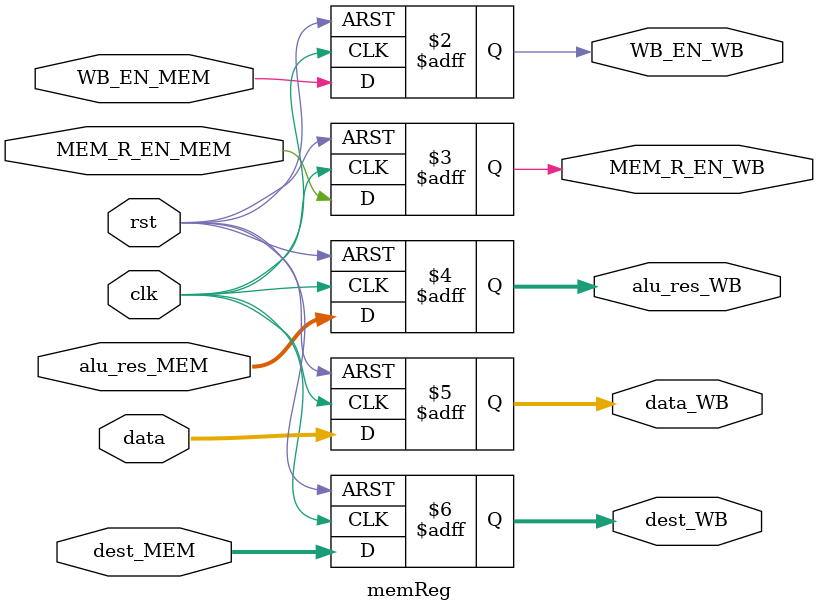
<source format=sv>
`timescale 1ns/1ns

module memReg(
    input clk, rst,

    input WB_EN_MEM, MEM_R_EN_MEM,
    input [31:0] alu_res_MEM, data,
    input [3:0] dest_MEM,

    output reg WB_EN_WB, MEM_R_EN_WB,
    output reg [31:0] alu_res_WB, data_WB,
    output reg [3:0] dest_WB
);

    always@(posedge clk, posedge rst) begin
        if(rst)begin
            dest_WB <= 0;
            data_WB <= 0;
            alu_res_WB <= 0;
            MEM_R_EN_WB <= 0;
            WB_EN_WB <= 0;
        end

        else begin
            dest_WB <= dest_MEM;
            data_WB <= data;
            alu_res_WB <= alu_res_MEM;
            MEM_R_EN_WB <= MEM_R_EN_MEM;
            WB_EN_WB <= WB_EN_MEM;
        end
    end

endmodule 
</source>
